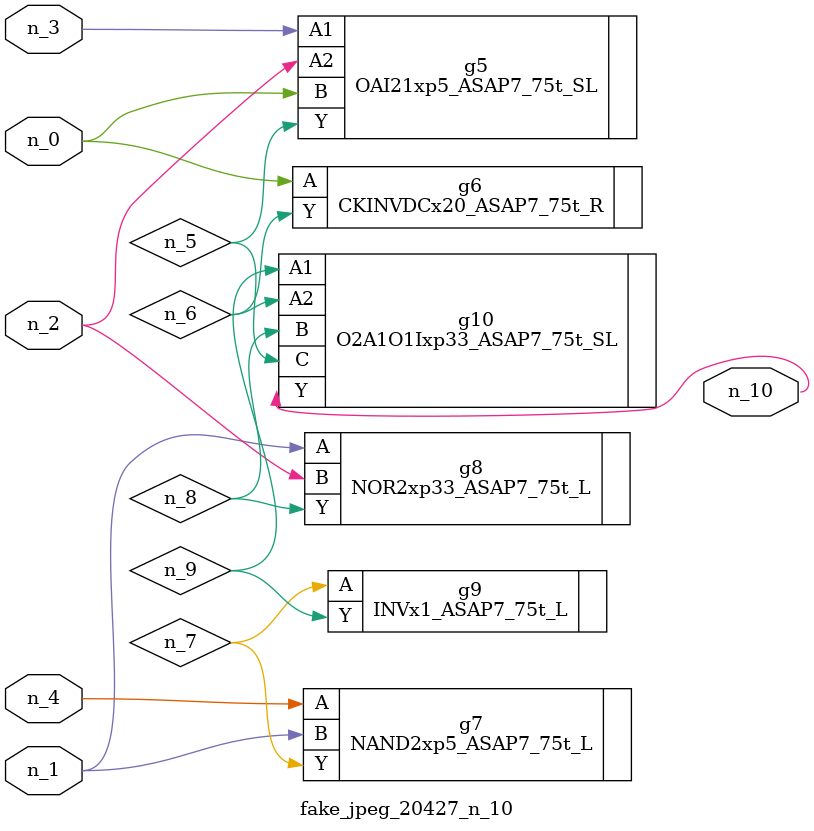
<source format=v>
module fake_jpeg_20427_n_10 (n_3, n_2, n_1, n_0, n_4, n_10);

input n_3;
input n_2;
input n_1;
input n_0;
input n_4;

output n_10;

wire n_8;
wire n_9;
wire n_6;
wire n_5;
wire n_7;

OAI21xp5_ASAP7_75t_SL g5 ( 
.A1(n_3),
.A2(n_2),
.B(n_0),
.Y(n_5)
);

CKINVDCx20_ASAP7_75t_R g6 ( 
.A(n_0),
.Y(n_6)
);

NAND2xp5_ASAP7_75t_L g7 ( 
.A(n_4),
.B(n_1),
.Y(n_7)
);

NOR2xp33_ASAP7_75t_L g8 ( 
.A(n_1),
.B(n_2),
.Y(n_8)
);

INVx1_ASAP7_75t_L g9 ( 
.A(n_7),
.Y(n_9)
);

O2A1O1Ixp33_ASAP7_75t_SL g10 ( 
.A1(n_9),
.A2(n_6),
.B(n_8),
.C(n_5),
.Y(n_10)
);


endmodule
</source>
